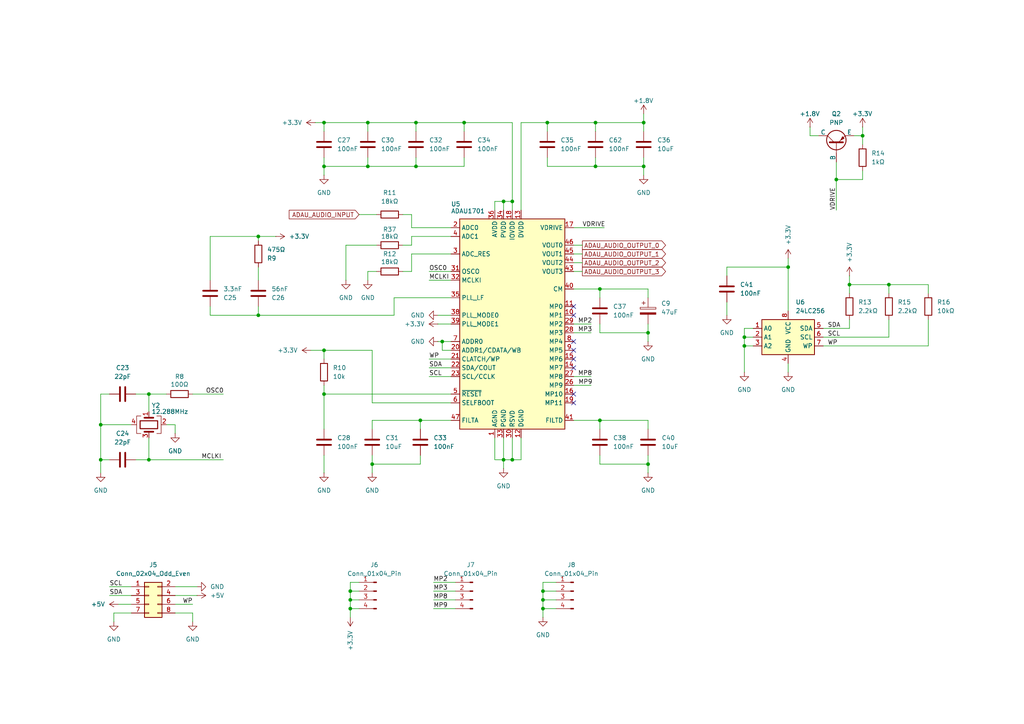
<source format=kicad_sch>
(kicad_sch (version 20250114) (generator "eeschema") (generator_version "9.0")
  (paper "A4")
  (lib_symbols
    (symbol "Connector:Conn_01x04_Pin" (pin_names (offset 1.016) (hide yes))
      (property "Reference" "J" (at 0 5.08 0))
      (property "Value" "Conn_01x04_Pin" (at 0 -7.62 0))
      (symbol "Conn_01x04_Pin_1_1"
        (rectangle (start 0.8636 2.667) (end 0 2.413) (stroke (width 0.1524)) (fill (type outline)))
        (rectangle (start 0.8636 0.127) (end 0 -0.127) (stroke (width 0.1524)) (fill (type outline)))
        (rectangle (start 0.8636 -2.413) (end 0 -2.667) (stroke (width 0.1524)) (fill (type outline)))
        (rectangle (start 0.8636 -4.953) (end 0 -5.207) (stroke (width 0.1524)) (fill (type outline)))
        (polyline (pts (xy 1.27 2.54) (xy 0.8636 2.54)) (stroke (width 0.1524)))
        (polyline (pts (xy 1.27 0) (xy 0.8636 0)) (stroke (width 0.1524)))
        (polyline (pts (xy 1.27 -2.54) (xy 0.8636 -2.54)) (stroke (width 0.1524)))
        (polyline (pts (xy 1.27 -5.08) (xy 0.8636 -5.08)) (stroke (width 0.1524)))
        (pin passive line (at 5.08 2.54 180) (length 3.81) (name "Pin_1") (number "1"))
        (pin passive line (at 5.08 0 180) (length 3.81) (name "Pin_2") (number "2"))
        (pin passive line (at 5.08 -2.54 180) (length 3.81) (name "Pin_3") (number "3"))
        (pin passive line (at 5.08 -5.08 180) (length 3.81) (name "Pin_4") (number "4"))
      )
    )
    (symbol "Connector_Generic:Conn_02x04_Odd_Even" (pin_names (offset 1.016) (hide yes))
      (property "Reference" "J" (at 1.27 5.08 0))
      (property "Value" "Conn_02x04_Odd_Even" (at 1.27 -7.62 0))
      (symbol "Conn_02x04_Odd_Even_1_1"
        (rectangle (start -1.27 3.81) (end 3.81 -6.35) (stroke (width 0.254)) (fill (type background)))
        (rectangle (start -1.27 2.667) (end 0 2.413) (stroke (width 0.1524)))
        (rectangle (start -1.27 0.127) (end 0 -0.127) (stroke (width 0.1524)))
        (rectangle (start -1.27 -2.413) (end 0 -2.667) (stroke (width 0.1524)))
        (rectangle (start -1.27 -4.953) (end 0 -5.207) (stroke (width 0.1524)))
        (rectangle (start 3.81 2.667) (end 2.54 2.413) (stroke (width 0.1524)))
        (rectangle (start 3.81 0.127) (end 2.54 -0.127) (stroke (width 0.1524)))
        (rectangle (start 3.81 -2.413) (end 2.54 -2.667) (stroke (width 0.1524)))
        (rectangle (start 3.81 -4.953) (end 2.54 -5.207) (stroke (width 0.1524)))
        (pin passive line (at -5.08 2.54 0) (length 3.81) (name "Pin_1") (number "1"))
        (pin passive line (at -5.08 0 0) (length 3.81) (name "Pin_3") (number "3"))
        (pin passive line (at -5.08 -2.54 0) (length 3.81) (name "Pin_5") (number "5"))
        (pin passive line (at -5.08 -5.08 0) (length 3.81) (name "Pin_7") (number "7"))
        (pin passive line (at 7.62 2.54 180) (length 3.81) (name "Pin_2") (number "2"))
        (pin passive line (at 7.62 0 180) (length 3.81) (name "Pin_4") (number "4"))
        (pin passive line (at 7.62 -2.54 180) (length 3.81) (name "Pin_6") (number "6"))
        (pin passive line (at 7.62 -5.08 180) (length 3.81) (name "Pin_8") (number "8"))
      )
    )
    (symbol "DSP_AnalogDevices:ADAU1701"
      (property "Reference" "U" (at -12.7 31.75 0))
      (property "Value" "ADAU1701" (at 3.81 31.75 0))
      (symbol "ADAU1701_0_1"
        (rectangle (start -15.24 30.48) (end 15.24 -30.48) (stroke (width 0.254)) (fill (type background)))
      )
      (symbol "ADAU1701_1_1"
        (pin input line (at -17.78 27.94 0) (length 2.54) (name "ADC0") (number "2"))
        (pin input line (at -17.78 25.4 0) (length 2.54) (name "ADC1") (number "4"))
        (pin passive line (at -17.78 20.32 0) (length 2.54) (name "ADC_RES") (number "3"))
        (pin passive line (at -17.78 15.24 0) (length 2.54) (name "OSCO") (number "31"))
        (pin passive line (at -17.78 12.7 0) (length 2.54) (name "MCLKI") (number "32"))
        (pin passive line (at -17.78 7.62 0) (length 2.54) (name "PLL_LF") (number "35"))
        (pin input line (at -17.78 2.54 0) (length 2.54) (name "PLL_MODE0") (number "38"))
        (pin input line (at -17.78 0 0) (length 2.54) (name "PLL_MODE1") (number "39"))
        (pin input line (at -17.78 -5.08 0) (length 2.54) (name "ADDR0") (number "7"))
        (pin input line (at -17.78 -7.62 0) (length 2.54) (name "ADDR1/CDATA/WB") (number "20"))
        (pin bidirectional line (at -17.78 -10.16 0) (length 2.54) (name "CLATCH/WP") (number "21"))
        (pin bidirectional line (at -17.78 -12.7 0) (length 2.54) (name "SDA/COUT") (number "22"))
        (pin bidirectional line (at -17.78 -15.24 0) (length 2.54) (name "SCL/CCLK") (number "23"))
        (pin input line (at -17.78 -20.32 0) (length 2.54) (name "~{RESET}") (number "5"))
        (pin input line (at -17.78 -22.86 0) (length 2.54) (name "SELFBOOT") (number "6"))
        (pin output line (at -17.78 -27.94 0) (length 2.54) (name "FILTA") (number "47"))
        (pin power_in line (at -5.08 33.02 270) (length 2.54) (name "AVDD") (number "36"))
        (pin passive line (at -5.08 33.02 270) (length 2.54) (hide yes) (name "AVDD") (number "48"))
        (pin power_in line (at -5.08 -33.02 90) (length 2.54) (name "AGND") (number "1"))
        (pin passive line (at -5.08 -33.02 90) (length 2.54) (hide yes) (name "AGND") (number "37"))
        (pin passive line (at -5.08 -33.02 90) (length 2.54) (hide yes) (name "AGND") (number "42"))
        (pin power_in line (at -2.54 33.02 270) (length 2.54) (name "PVDD") (number "34"))
        (pin power_in line (at -2.54 -33.02 90) (length 2.54) (name "PGND") (number "33"))
        (pin power_in line (at 0 33.02 270) (length 2.54) (name "IOVDD") (number "18"))
        (pin passive line (at 0 -33.02 90) (length 2.54) (name "RSVD") (number "30"))
        (pin power_in line (at 2.54 33.02 270) (length 2.54) (name "DVDD") (number "13"))
        (pin passive line (at 2.54 33.02 270) (length 2.54) (hide yes) (name "DVDD") (number "24"))
        (pin power_in line (at 2.54 -33.02 90) (length 2.54) (name "DGND") (number "12"))
        (pin passive line (at 2.54 -33.02 90) (length 2.54) (hide yes) (name "DGND") (number "25"))
        (pin output line (at 17.78 27.94 180) (length 2.54) (name "VDRIVE") (number "17"))
        (pin output line (at 17.78 22.86 180) (length 2.54) (name "VOUT0") (number "46"))
        (pin output line (at 17.78 20.32 180) (length 2.54) (name "VOUT1") (number "45"))
        (pin output line (at 17.78 17.78 180) (length 2.54) (name "VOUT2") (number "44"))
        (pin output line (at 17.78 15.24 180) (length 2.54) (name "VOUT3") (number "43"))
        (pin output line (at 17.78 10.16 180) (length 2.54) (name "CM") (number "40"))
        (pin bidirectional line (at 17.78 5.08 180) (length 2.54) (name "MP0") (number "11"))
        (pin bidirectional line (at 17.78 2.54 180) (length 2.54) (name "MP1") (number "10"))
        (pin bidirectional line (at 17.78 0 180) (length 2.54) (name "MP2") (number "29"))
        (pin bidirectional line (at 17.78 -2.54 180) (length 2.54) (name "MP3") (number "28"))
        (pin bidirectional line (at 17.78 -5.08 180) (length 2.54) (name "MP4") (number "8"))
        (pin bidirectional line (at 17.78 -7.62 180) (length 2.54) (name "MP5") (number "9"))
        (pin bidirectional line (at 17.78 -10.16 180) (length 2.54) (name "MP6") (number "15"))
        (pin bidirectional line (at 17.78 -12.7 180) (length 2.54) (name "MP7") (number "14"))
        (pin bidirectional line (at 17.78 -15.24 180) (length 2.54) (name "MP8") (number "27"))
        (pin bidirectional line (at 17.78 -17.78 180) (length 2.54) (name "MP9") (number "26"))
        (pin bidirectional line (at 17.78 -20.32 180) (length 2.54) (name "MP10") (number "16"))
        (pin bidirectional line (at 17.78 -22.86 180) (length 2.54) (name "MP11") (number "19"))
        (pin output line (at 17.78 -27.94 180) (length 2.54) (name "FILTD") (number "41"))
      )
    )
    (symbol "Device:C" (pin_numbers (hide yes)) (pin_names (offset 0.254))
      (property "Reference" "C" (at 0.635 2.54 0))
      (property "Value" "C" (at 0.635 -2.54 0))
      (symbol "C_0_1"
        (polyline (pts (xy -2.032 0.762) (xy 2.032 0.762)) (stroke (width 0.508)))
        (polyline (pts (xy -2.032 -0.762) (xy 2.032 -0.762)) (stroke (width 0.508)))
      )
      (symbol "C_1_1"
        (pin passive line (at 0 3.81 270) (length 2.794) (name "~") (number "1"))
        (pin passive line (at 0 -3.81 90) (length 2.794) (name "~") (number "2"))
      )
    )
    (symbol "Device:C_Polarized" (pin_numbers (hide yes)) (pin_names (offset 0.254))
      (property "Reference" "C" (at 0.635 2.54 0))
      (property "Value" "C_Polarized" (at 0.635 -2.54 0))
      (symbol "C_Polarized_0_1"
        (rectangle (start -2.286 0.508) (end 2.286 1.016))
        (polyline (pts (xy -1.778 2.286) (xy -0.762 2.286)))
        (polyline (pts (xy -1.27 2.794) (xy -1.27 1.778)))
        (rectangle (start 2.286 -0.508) (end -2.286 -1.016) (fill (type outline)))
      )
      (symbol "C_Polarized_1_1"
        (pin passive line (at 0 3.81 270) (length 2.794) (name "~") (number "1"))
        (pin passive line (at 0 -3.81 90) (length 2.794) (name "~") (number "2"))
      )
    )
    (symbol "Device:Crystal_GND24" (pin_names (offset 1.016) (hide yes))
      (property "Reference" "Y" (at 3.175 5.08 0))
      (property "Value" "Crystal_GND24" (at 3.175 3.175 0))
      (symbol "Crystal_GND24_0_1"
        (polyline (pts (xy -2.54 2.286) (xy -2.54 3.556) (xy 2.54 3.556) (xy 2.54 2.286)))
        (polyline (pts (xy -2.54 0) (xy -2.032 0)))
        (polyline (pts (xy -2.54 -2.286) (xy -2.54 -3.556) (xy 2.54 -3.556) (xy 2.54 -2.286)))
        (polyline (pts (xy -2.032 -1.27) (xy -2.032 1.27)) (stroke (width 0.508)))
        (rectangle (start -1.143 2.54) (end 1.143 -2.54) (stroke (width 0.3048)))
        (polyline (pts (xy 0 3.556) (xy 0 3.81)))
        (polyline (pts (xy 0 -3.81) (xy 0 -3.556)))
        (polyline (pts (xy 2.032 0) (xy 2.54 0)))
        (polyline (pts (xy 2.032 -1.27) (xy 2.032 1.27)) (stroke (width 0.508)))
      )
      (symbol "Crystal_GND24_1_1"
        (pin passive line (at -3.81 0 0) (length 1.27) (name "1") (number "1"))
        (pin passive line (at 0 5.08 270) (length 1.27) (name "2") (number "2"))
        (pin passive line (at 0 -5.08 90) (length 1.27) (name "4") (number "4"))
        (pin passive line (at 3.81 0 180) (length 1.27) (name "3") (number "3"))
      )
    )
    (symbol "Device:R" (pin_numbers (hide yes)) (pin_names (offset 0))
      (property "Reference" "R" (at 2.032 0 90))
      (property "Value" "R" (at 0 0 90))
      (symbol "R_0_1"
        (rectangle (start -1.016 -2.54) (end 1.016 2.54) (stroke (width 0.254)))
      )
      (symbol "R_1_1"
        (pin passive line (at 0 3.81 270) (length 1.27) (name "~") (number "1"))
        (pin passive line (at 0 -3.81 90) (length 1.27) (name "~") (number "2"))
      )
    )
    (symbol "Memory_EEPROM:24LC256"
      (property "Reference" "U" (at -6.35 6.35 0))
      (property "Value" "24LC256" (at 1.27 6.35 0))
      (symbol "24LC256_1_1"
        (rectangle (start -7.62 5.08) (end 7.62 -5.08) (stroke (width 0.254)) (fill (type background)))
        (pin input line (at -10.16 2.54 0) (length 2.54) (name "A0") (number "1"))
        (pin input line (at -10.16 0 0) (length 2.54) (name "A1") (number "2"))
        (pin input line (at -10.16 -2.54 0) (length 2.54) (name "A2") (number "3"))
        (pin power_in line (at 0 7.62 270) (length 2.54) (name "VCC") (number "8"))
        (pin power_in line (at 0 -7.62 90) (length 2.54) (name "GND") (number "4"))
        (pin bidirectional line (at 10.16 2.54 180) (length 2.54) (name "SDA") (number "5"))
        (pin input line (at 10.16 0 180) (length 2.54) (name "SCL") (number "6"))
        (pin input line (at 10.16 -2.54 180) (length 2.54) (name "WP") (number "7"))
      )
    )
    (symbol "Simulation_SPICE:PNP" (pin_numbers (hide yes)) (pin_names (offset 0))
      (property "Reference" "Q" (at -2.54 7.62 0))
      (property "Value" "PNP" (at -2.54 5.08 0))
      (symbol "PNP_0_1"
        (polyline (pts (xy -2.54 0) (xy 0.635 0)) (stroke (width 0.1524)))
        (polyline (pts (xy 0.635 1.905) (xy 0.635 -1.905) (xy 0.635 -1.905)) (stroke (width 0.508)))
        (polyline (pts (xy 0.635 0.635) (xy 2.54 2.54)))
        (polyline (pts (xy 0.635 -0.635) (xy 2.54 -2.54) (xy 2.54 -2.54)))
        (circle (center 1.27 0) (radius 2.8194) (stroke (width 0.254)))
        (polyline (pts (xy 2.286 -1.778) (xy 1.778 -2.286) (xy 1.27 -1.27) (xy 2.286 -1.778) (xy 2.286 -1.778)) (fill (type outline)))
      )
      (symbol "PNP_1_1"
        (pin input line (at -5.08 0 0) (length 2.54) (name "B") (number "2"))
        (pin open_collector line (at 2.54 5.08 270) (length 2.54) (name "C") (number "1"))
        (pin open_emitter line (at 2.54 -5.08 90) (length 2.54) (name "E") (number "3"))
      )
    )
    (symbol "power:+5V" (power) (pin_numbers (hide yes)) (pin_names (offset 0) (hide yes))
      (property "Value" "+5V" (at 0 3.556 0))
      (symbol "+5V_0_1"
        (polyline (pts (xy -0.762 1.27) (xy 0 2.54)))
        (polyline (pts (xy 0 2.54) (xy 0.762 1.27)))
        (polyline (pts (xy 0 0) (xy 0 2.54)))
      )
      (symbol "+5V_1_1"
        (pin power_in line (at 0 0 90) (length 0) (name "~") (number "1"))
      )
    )
    (symbol "power:GND" (power) (pin_numbers (hide yes)) (pin_names (offset 0) (hide yes))
      (property "Value" "GND" (at 0 -3.81 0))
      (symbol "GND_0_1"
        (polyline (pts (xy 0 0) (xy 0 -1.27) (xy 1.27 -1.27) (xy 0 -2.54) (xy -1.27 -1.27) (xy 0 -1.27)))
      )
      (symbol "GND_1_1"
        (pin power_in line (at 0 0 270) (length 0) (name "~") (number "1"))
      )
    )
  )
  (junction (at 187.96 96.52))
  (junction (at 228.6 77.47))
  (junction (at 148.59 133.35))
  (junction (at 74.93 68.58))
  (junction (at 29.21 123.19))
  (junction (at 173.99 83.82))
  (junction (at 257.81 82.55))
  (junction (at 101.6 173.99))
  (junction (at 43.18 114.3))
  (junction (at 106.68 35.56))
  (junction (at 74.93 91.44))
  (junction (at 158.75 35.56))
  (junction (at 93.98 101.6))
  (junction (at 242.57 52.07))
  (junction (at 157.48 176.53))
  (junction (at 106.68 48.26))
  (junction (at 246.38 82.55))
  (junction (at 120.65 35.56))
  (junction (at 173.99 121.92))
  (junction (at 148.59 58.42))
  (junction (at 172.72 35.56))
  (junction (at 187.96 134.62))
  (junction (at 186.69 35.56))
  (junction (at 120.65 48.26))
  (junction (at 172.72 48.26))
  (junction (at 101.6 171.45))
  (junction (at 250.19 39.37))
  (junction (at 215.9 97.79))
  (junction (at 157.48 171.45))
  (junction (at 146.05 58.42))
  (junction (at 121.92 121.92))
  (junction (at 101.6 176.53))
  (junction (at 93.98 114.3))
  (junction (at 107.95 134.62))
  (junction (at 43.18 133.35))
  (junction (at 128.27 99.06))
  (junction (at 93.98 48.26))
  (junction (at 134.62 35.56))
  (junction (at 93.98 35.56))
  (junction (at 29.21 133.35))
  (junction (at 146.05 133.35))
  (junction (at 186.69 48.26))
  (junction (at 157.48 173.99))
  (junction (at 215.9 100.33))
  (no_connect (at 166.37 101.6))
  (no_connect (at 166.37 91.44))
  (no_connect (at 166.37 99.06))
  (no_connect (at 166.37 88.9))
  (no_connect (at 166.37 116.84))
  (no_connect (at 166.37 114.3))
  (no_connect (at 166.37 106.68))
  (no_connect (at 166.37 104.14))
  (wire (pts (xy 43.18 114.3) (xy 43.18 119.38)))
  (wire (pts (xy 210.82 80.01) (xy 210.82 77.47)))
  (wire (pts (xy 106.68 35.56) (xy 120.65 35.56)))
  (wire (pts (xy 173.99 83.82) (xy 166.37 83.82)))
  (wire (pts (xy 33.02 177.8) (xy 33.02 180.34)))
  (wire (pts (xy 158.75 35.56) (xy 172.72 35.56)))
  (wire (pts (xy 187.96 121.92) (xy 173.99 121.92)))
  (wire (pts (xy 116.84 71.12) (xy 119.38 71.12)))
  (wire (pts (xy 104.14 62.23) (xy 109.22 62.23)))
  (wire (pts (xy 148.59 35.56) (xy 134.62 35.56)))
  (wire (pts (xy 104.14 168.91) (xy 101.6 168.91)))
  (wire (pts (xy 38.1 177.8) (xy 33.02 177.8)))
  (wire (pts (xy 166.37 71.12) (xy 168.91 71.12)))
  (wire (pts (xy 29.21 123.19) (xy 38.1 123.19)))
  (wire (pts (xy 50.8 123.19) (xy 48.26 123.19)))
  (wire (pts (xy 74.93 68.58) (xy 60.96 68.58)))
  (wire (pts (xy 93.98 101.6) (xy 107.95 101.6)))
  (wire (pts (xy 120.65 48.26) (xy 106.68 48.26)))
  (wire (pts (xy 107.95 132.08) (xy 107.95 134.62)))
  (wire (pts (xy 74.93 91.44) (xy 114.3 91.44)))
  (wire (pts (xy 210.82 87.63) (xy 210.82 91.44)))
  (wire (pts (xy 215.9 95.25) (xy 215.9 97.79)))
  (wire (pts (xy 31.75 114.3) (xy 29.21 114.3)))
  (wire (pts (xy 101.6 176.53) (xy 101.6 179.07)))
  (wire (pts (xy 173.99 132.08) (xy 173.99 134.62)))
  (wire (pts (xy 121.92 134.62) (xy 107.95 134.62)))
  (wire (pts (xy 121.92 121.92) (xy 121.92 124.46)))
  (wire (pts (xy 143.51 60.96) (xy 143.51 58.42)))
  (wire (pts (xy 148.59 58.42) (xy 148.59 35.56)))
  (wire (pts (xy 250.19 52.07) (xy 242.57 52.07)))
  (wire (pts (xy 127 99.06) (xy 128.27 99.06)))
  (wire (pts (xy 186.69 45.72) (xy 186.69 48.26)))
  (wire (pts (xy 55.88 177.8) (xy 50.8 177.8)))
  (wire (pts (xy 215.9 100.33) (xy 218.44 100.33)))
  (wire (pts (xy 74.93 81.28) (xy 74.93 77.47)))
  (wire (pts (xy 101.6 168.91) (xy 101.6 171.45)))
  (wire (pts (xy 55.88 114.3) (xy 64.77 114.3)))
  (wire (pts (xy 187.96 86.36) (xy 187.96 83.82)))
  (wire (pts (xy 172.72 35.56) (xy 186.69 35.56)))
  (wire (pts (xy 173.99 83.82) (xy 187.96 83.82)))
  (wire (pts (xy 186.69 33.02) (xy 186.69 35.56)))
  (wire (pts (xy 173.99 86.36) (xy 173.99 83.82)))
  (wire (pts (xy 148.59 60.96) (xy 148.59 58.42)))
  (wire (pts (xy 119.38 78.74) (xy 119.38 73.66)))
  (wire (pts (xy 121.92 121.92) (xy 130.81 121.92)))
  (wire (pts (xy 43.18 133.35) (xy 39.37 133.35)))
  (wire (pts (xy 187.96 96.52) (xy 187.96 99.06)))
  (wire (pts (xy 50.8 172.72) (xy 57.15 172.72)))
  (wire (pts (xy 269.24 82.55) (xy 257.81 82.55)))
  (wire (pts (xy 166.37 66.04) (xy 175.26 66.04)))
  (wire (pts (xy 93.98 104.14) (xy 93.98 101.6)))
  (wire (pts (xy 166.37 96.52) (xy 171.45 96.52)))
  (wire (pts (xy 119.38 73.66) (xy 130.81 73.66)))
  (wire (pts (xy 238.76 95.25) (xy 246.38 95.25)))
  (wire (pts (xy 101.6 176.53) (xy 101.6 173.99)))
  (wire (pts (xy 74.93 68.58) (xy 80.01 68.58)))
  (wire (pts (xy 107.95 121.92) (xy 121.92 121.92)))
  (wire (pts (xy 93.98 124.46) (xy 93.98 114.3)))
  (wire (pts (xy 173.99 121.92) (xy 173.99 124.46)))
  (wire (pts (xy 228.6 105.41) (xy 228.6 107.95)))
  (wire (pts (xy 158.75 45.72) (xy 158.75 48.26)))
  (wire (pts (xy 93.98 114.3) (xy 130.81 114.3)))
  (wire (pts (xy 106.68 35.56) (xy 106.68 38.1)))
  (wire (pts (xy 146.05 58.42) (xy 148.59 58.42)))
  (wire (pts (xy 157.48 173.99) (xy 157.48 171.45)))
  (wire (pts (xy 43.18 127) (xy 43.18 133.35)))
  (wire (pts (xy 157.48 171.45) (xy 161.29 171.45)))
  (wire (pts (xy 29.21 133.35) (xy 31.75 133.35)))
  (wire (pts (xy 93.98 48.26) (xy 106.68 48.26)))
  (wire (pts (xy 106.68 78.74) (xy 109.22 78.74)))
  (wire (pts (xy 166.37 121.92) (xy 173.99 121.92)))
  (wire (pts (xy 146.05 133.35) (xy 146.05 135.89)))
  (wire (pts (xy 130.81 101.6) (xy 128.27 101.6)))
  (wire (pts (xy 121.92 132.08) (xy 121.92 134.62)))
  (wire (pts (xy 119.38 66.04) (xy 119.38 62.23)))
  (wire (pts (xy 151.13 35.56) (xy 158.75 35.56)))
  (wire (pts (xy 151.13 60.96) (xy 151.13 35.56)))
  (wire (pts (xy 124.46 81.28) (xy 130.81 81.28)))
  (wire (pts (xy 119.38 71.12) (xy 119.38 68.58)))
  (wire (pts (xy 246.38 95.25) (xy 246.38 92.71)))
  (wire (pts (xy 158.75 48.26) (xy 172.72 48.26)))
  (wire (pts (xy 91.44 35.56) (xy 93.98 35.56)))
  (wire (pts (xy 101.6 173.99) (xy 101.6 171.45)))
  (wire (pts (xy 114.3 86.36) (xy 130.81 86.36)))
  (wire (pts (xy 50.8 175.26) (xy 55.88 175.26)))
  (wire (pts (xy 106.68 78.74) (xy 106.68 81.28)))
  (wire (pts (xy 166.37 73.66) (xy 168.91 73.66)))
  (wire (pts (xy 143.51 133.35) (xy 146.05 133.35)))
  (wire (pts (xy 127 91.44) (xy 130.81 91.44)))
  (wire (pts (xy 119.38 68.58) (xy 130.81 68.58)))
  (wire (pts (xy 151.13 127) (xy 151.13 133.35)))
  (wire (pts (xy 50.8 125.73) (xy 50.8 123.19)))
  (wire (pts (xy 143.51 127) (xy 143.51 133.35)))
  (wire (pts (xy 43.18 114.3) (xy 39.37 114.3)))
  (wire (pts (xy 242.57 52.07) (xy 242.57 60.96)))
  (wire (pts (xy 31.75 170.18) (xy 38.1 170.18)))
  (wire (pts (xy 173.99 96.52) (xy 187.96 96.52)))
  (wire (pts (xy 157.48 176.53) (xy 157.48 179.07)))
  (wire (pts (xy 228.6 74.93) (xy 228.6 77.47)))
  (wire (pts (xy 93.98 38.1) (xy 93.98 35.56)))
  (wire (pts (xy 124.46 104.14) (xy 130.81 104.14)))
  (wire (pts (xy 104.14 173.99) (xy 101.6 173.99)))
  (wire (pts (xy 34.29 175.26) (xy 38.1 175.26)))
  (wire (pts (xy 93.98 35.56) (xy 106.68 35.56)))
  (wire (pts (xy 125.73 168.91) (xy 132.08 168.91)))
  (wire (pts (xy 107.95 134.62) (xy 107.95 137.16)))
  (wire (pts (xy 107.95 101.6) (xy 107.95 116.84)))
  (wire (pts (xy 120.65 35.56) (xy 134.62 35.56)))
  (wire (pts (xy 234.95 39.37) (xy 237.49 39.37)))
  (wire (pts (xy 60.96 68.58) (xy 60.96 81.28)))
  (wire (pts (xy 172.72 35.56) (xy 172.72 38.1)))
  (wire (pts (xy 146.05 133.35) (xy 146.05 127)))
  (wire (pts (xy 134.62 35.56) (xy 134.62 38.1)))
  (wire (pts (xy 161.29 176.53) (xy 157.48 176.53)))
  (wire (pts (xy 43.18 133.35) (xy 64.77 133.35)))
  (wire (pts (xy 210.82 77.47) (xy 228.6 77.47)))
  (wire (pts (xy 187.96 124.46) (xy 187.96 121.92)))
  (wire (pts (xy 250.19 41.91) (xy 250.19 39.37)))
  (wire (pts (xy 116.84 78.74) (xy 119.38 78.74)))
  (wire (pts (xy 187.96 134.62) (xy 187.96 137.16)))
  (wire (pts (xy 186.69 48.26) (xy 186.69 50.8)))
  (wire (pts (xy 125.73 176.53) (xy 132.08 176.53)))
  (wire (pts (xy 127 93.98) (xy 130.81 93.98)))
  (wire (pts (xy 55.88 180.34) (xy 55.88 177.8)))
  (wire (pts (xy 187.96 134.62) (xy 187.96 132.08)))
  (wire (pts (xy 158.75 38.1) (xy 158.75 35.56)))
  (wire (pts (xy 166.37 76.2) (xy 168.91 76.2)))
  (wire (pts (xy 257.81 82.55) (xy 246.38 82.55)))
  (wire (pts (xy 215.9 100.33) (xy 215.9 107.95)))
  (wire (pts (xy 93.98 114.3) (xy 93.98 111.76)))
  (wire (pts (xy 114.3 91.44) (xy 114.3 86.36)))
  (wire (pts (xy 130.81 116.84) (xy 107.95 116.84)))
  (wire (pts (xy 120.65 35.56) (xy 120.65 38.1)))
  (wire (pts (xy 148.59 127) (xy 148.59 133.35)))
  (wire (pts (xy 134.62 45.72) (xy 134.62 48.26)))
  (wire (pts (xy 173.99 93.98) (xy 173.99 96.52)))
  (wire (pts (xy 93.98 45.72) (xy 93.98 48.26)))
  (wire (pts (xy 151.13 133.35) (xy 148.59 133.35)))
  (wire (pts (xy 161.29 168.91) (xy 157.48 168.91)))
  (wire (pts (xy 166.37 93.98) (xy 171.45 93.98)))
  (wire (pts (xy 60.96 88.9) (xy 60.96 91.44)))
  (wire (pts (xy 269.24 85.09) (xy 269.24 82.55)))
  (wire (pts (xy 100.33 71.12) (xy 109.22 71.12)))
  (wire (pts (xy 107.95 124.46) (xy 107.95 121.92)))
  (wire (pts (xy 250.19 36.83) (xy 250.19 39.37)))
  (wire (pts (xy 148.59 133.35) (xy 146.05 133.35)))
  (wire (pts (xy 238.76 100.33) (xy 269.24 100.33)))
  (wire (pts (xy 161.29 173.99) (xy 157.48 173.99)))
  (wire (pts (xy 246.38 80.01) (xy 246.38 82.55)))
  (wire (pts (xy 29.21 114.3) (xy 29.21 123.19)))
  (wire (pts (xy 100.33 71.12) (xy 100.33 81.28)))
  (wire (pts (xy 106.68 48.26) (xy 106.68 45.72)))
  (wire (pts (xy 60.96 91.44) (xy 74.93 91.44)))
  (wire (pts (xy 31.75 172.72) (xy 38.1 172.72)))
  (wire (pts (xy 128.27 99.06) (xy 130.81 99.06)))
  (wire (pts (xy 50.8 170.18) (xy 57.15 170.18)))
  (wire (pts (xy 257.81 85.09) (xy 257.81 82.55)))
  (wire (pts (xy 74.93 91.44) (xy 74.93 88.9)))
  (wire (pts (xy 43.18 114.3) (xy 48.26 114.3)))
  (wire (pts (xy 250.19 39.37) (xy 247.65 39.37)))
  (wire (pts (xy 173.99 134.62) (xy 187.96 134.62)))
  (wire (pts (xy 172.72 48.26) (xy 186.69 48.26)))
  (wire (pts (xy 125.73 173.99) (xy 132.08 173.99)))
  (wire (pts (xy 186.69 35.56) (xy 186.69 38.1)))
  (wire (pts (xy 250.19 49.53) (xy 250.19 52.07)))
  (wire (pts (xy 187.96 93.98) (xy 187.96 96.52)))
  (wire (pts (xy 157.48 168.91) (xy 157.48 171.45)))
  (wire (pts (xy 93.98 132.08) (xy 93.98 137.16)))
  (wire (pts (xy 130.81 66.04) (xy 119.38 66.04)))
  (wire (pts (xy 143.51 58.42) (xy 146.05 58.42)))
  (wire (pts (xy 124.46 109.22) (xy 130.81 109.22)))
  (wire (pts (xy 74.93 69.85) (xy 74.93 68.58)))
  (wire (pts (xy 166.37 109.22) (xy 171.45 109.22)))
  (wire (pts (xy 29.21 123.19) (xy 29.21 133.35)))
  (wire (pts (xy 242.57 46.99) (xy 242.57 52.07)))
  (wire (pts (xy 218.44 95.25) (xy 215.9 95.25)))
  (wire (pts (xy 104.14 176.53) (xy 101.6 176.53)))
  (wire (pts (xy 125.73 171.45) (xy 132.08 171.45)))
  (wire (pts (xy 120.65 48.26) (xy 134.62 48.26)))
  (wire (pts (xy 234.95 36.83) (xy 234.95 39.37)))
  (wire (pts (xy 124.46 106.68) (xy 130.81 106.68)))
  (wire (pts (xy 172.72 45.72) (xy 172.72 48.26)))
  (wire (pts (xy 228.6 77.47) (xy 228.6 90.17)))
  (wire (pts (xy 146.05 60.96) (xy 146.05 58.42)))
  (wire (pts (xy 166.37 111.76) (xy 171.45 111.76)))
  (wire (pts (xy 257.81 92.71) (xy 257.81 97.79)))
  (wire (pts (xy 215.9 100.33) (xy 215.9 97.79)))
  (wire (pts (xy 29.21 133.35) (xy 29.21 137.16)))
  (wire (pts (xy 166.37 78.74) (xy 168.91 78.74)))
  (wire (pts (xy 157.48 176.53) (xy 157.48 173.99)))
  (wire (pts (xy 215.9 97.79) (xy 218.44 97.79)))
  (wire (pts (xy 128.27 101.6) (xy 128.27 99.06)))
  (wire (pts (xy 124.46 78.74) (xy 130.81 78.74)))
  (wire (pts (xy 104.14 171.45) (xy 101.6 171.45)))
  (wire (pts (xy 238.76 97.79) (xy 257.81 97.79)))
  (wire (pts (xy 269.24 92.71) (xy 269.24 100.33)))
  (wire (pts (xy 246.38 82.55) (xy 246.38 85.09)))
  (wire (pts (xy 120.65 45.72) (xy 120.65 48.26)))
  (wire (pts (xy 93.98 101.6) (xy 90.17 101.6)))
  (wire (pts (xy 93.98 48.26) (xy 93.98 50.8)))
  (wire (pts (xy 119.38 62.23) (xy 116.84 62.23)))
  (label "SDA" (at 240.03 95.25 0))
  (label "SCL" (at 124.46 109.22 0))
  (label "MP2" (at 167.64 93.98 0))
  (label "MP2" (at 125.73 168.91 0))
  (label "SDA" (at 31.75 172.72 0))
  (label "SDA" (at 124.46 106.68 0))
  (label "MCLKI" (at 124.46 81.28 0))
  (label "VDRIVE" (at 168.91 66.04 0))
  (label "VDRIVE" (at 242.57 60.96 90))
  (label "MP3" (at 167.64 96.52 0))
  (label "MP8" (at 125.73 173.99 0))
  (label "MP3" (at 125.73 171.45 0))
  (label "MP9" (at 125.73 176.53 0))
  (label "WP" (at 55.88 175.26 180))
  (label "MP9" (at 167.729 111.76 0))
  (label "SCL" (at 31.75 170.18 0))
  (label "WP" (at 240.03 100.33 0))
  (label "OSC0" (at 124.46 78.74 0))
  (label "MCLKI" (at 58.42 133.35 0))
  (label "MP8" (at 167.64 109.22 0))
  (label "WP" (at 124.46 104.14 0))
  (label "SCL" (at 240.03 97.79 0))
  (label "OSC0" (at 59.69 114.3 0))
  (global_label "ADAU_AUDIO_OUTPUT_1" (shape output) (at 168.91 73.66 0) (property "Intersheetrefs" "${INTERSHEET_REFS}" (effects (hide yes))))
  (global_label "ADAU_AUDIO_OUTPUT_0" (shape output) (at 168.91 71.12 0) (property "Intersheetrefs" "${INTERSHEET_REFS}" (effects (hide yes))))
  (global_label "ADAU_AUDIO_OUTPUT_2" (shape output) (at 168.91 76.2 0) (property "Intersheetrefs" "${INTERSHEET_REFS}" (effects (hide yes))))
  (global_label "ADAU_AUDIO_OUTPUT_3" (shape output) (at 168.91 78.74 0) (property "Intersheetrefs" "${INTERSHEET_REFS}" (effects (hide yes))))
  (global_label "ADAU_AUDIO_INPUT" (shape input) (at 104.14 62.23 180) (property "Intersheetrefs" "${INTERSHEET_REFS}" (effects (hide yes))))
  (symbol (lib_id "power:GND") (at 127 91.44 270) (unit 1)
    (property "Reference" "#PWR049" (effects (hide yes)))
    (property "Value" "GND" (at 123.19 91.4399 90) (effects (justify right)))
    (property "Description" "Power symbol creates a global label with name \"GND\" , ground" (effects (hide yes)))
  )
  (symbol (lib_id "Device:R") (at 113.03 62.23 90) (unit 1)
    (property "Reference" "R11" (at 113.03 55.88 90))
    (property "Value" "18kΩ" (at 113.03 58.42 90))
    (property "Footprint" "Resistor_SMD:R_0805_2012Metric_Pad1.20x1.40mm_HandSolder" (effects (hide yes)))
    (property "Description" "Resistor" (effects (hide yes)))
  )
  (symbol (lib_id "Device:R") (at 74.93 73.66 0) (mirror x) (unit 1)
    (property "Reference" "R9" (at 77.47 74.9301 0) (effects (justify left)))
    (property "Value" "475Ω" (at 77.47 72.3901 0) (effects (justify left)))
    (property "Footprint" "Resistor_SMD:R_0805_2012Metric_Pad1.20x1.40mm_HandSolder" (effects (hide yes)))
    (property "Description" "Resistor" (effects (hide yes)))
  )
  (symbol (lib_id "power:+5V") (at 228.6 74.93 0) (unit 1)
    (property "Reference" "#PWR060" (effects (hide yes)))
    (property "Value" "+3.3V" (at 228.6 71.12 90) (effects (justify left)))
    (property "Description" "Power symbol creates a global label with name \"+5V\"" (effects (hide yes)))
  )
  (symbol (lib_id "Device:C") (at 35.56 133.35 90) (unit 1)
    (property "Reference" "C24" (at 35.56 125.73 90))
    (property "Value" "22pF" (at 35.56 128.27 90))
    (property "Footprint" "Capacitor_SMD:C_0805_2012Metric_Pad1.18x1.45mm_HandSolder" (effects (hide yes)))
    (property "Description" "Unpolarized capacitor" (effects (hide yes)))
  )
  (symbol (lib_id "power:GND") (at 157.48 179.07 0) (mirror y) (unit 1)
    (property "Reference" "#PWR053" (effects (hide yes)))
    (property "Value" "GND" (at 157.48 184.15 0))
    (property "Description" "Power symbol creates a global label with name \"GND\" , ground" (effects (hide yes)))
  )
  (symbol (lib_id "power:GND") (at 93.98 50.8 0) (unit 1)
    (property "Reference" "#PWR043" (effects (hide yes)))
    (property "Value" "GND" (at 93.98 55.88 0))
    (property "Description" "Power symbol creates a global label with name \"GND\" , ground" (effects (hide yes)))
  )
  (symbol (lib_id "Device:C") (at 187.96 128.27 180) (unit 1)
    (property "Reference" "C40" (at 191.8911 126.9999 0) (effects (justify right)))
    (property "Value" "10uF" (at 191.8911 129.5399 0) (effects (justify right)))
    (property "Footprint" "Capacitor_SMD:C_0805_2012Metric_Pad1.18x1.45mm_HandSolder" (effects (hide yes)))
    (property "Description" "Unpolarized capacitor" (effects (hide yes)))
  )
  (symbol (lib_id "Device:C") (at 74.93 85.09 0) (mirror y) (unit 1)
    (property "Reference" "C26" (at 78.74 86.3601 0) (effects (justify right)))
    (property "Value" "56nF" (at 78.74 83.8201 0) (effects (justify right)))
    (property "Footprint" "Capacitor_SMD:C_0805_2012Metric_Pad1.18x1.45mm_HandSolder" (effects (hide yes)))
    (property "Description" "Unpolarized capacitor" (effects (hide yes)))
  )
  (symbol (lib_id "Device:C") (at 186.69 41.91 180) (unit 1)
    (property "Reference" "C36" (at 190.6211 40.6399 0) (effects (justify right)))
    (property "Value" "10uF" (at 190.6211 43.1799 0) (effects (justify right)))
    (property "Footprint" "Capacitor_SMD:C_0805_2012Metric_Pad1.18x1.45mm_HandSolder" (effects (hide yes)))
    (property "Description" "Unpolarized capacitor" (effects (hide yes)))
  )
  (symbol (lib_id "power:GND") (at 146.05 135.89 0) (unit 1)
    (property "Reference" "#PWR052" (effects (hide yes)))
    (property "Value" "GND" (at 146.05 140.97 0))
    (property "Description" "Power symbol creates a global label with name \"GND\" , ground" (effects (hide yes)))
  )
  (symbol (lib_id "power:+5V") (at 91.44 35.56 90) (unit 1)
    (property "Reference" "#PWR042" (effects (hide yes)))
    (property "Value" "+3.3V" (at 87.63 35.56 90) (effects (justify left)))
    (property "Description" "Power symbol creates a global label with name \"+5V\"" (effects (hide yes)))
  )
  (symbol (lib_id "power:+5V") (at 186.69 33.02 0) (unit 1)
    (property "Reference" "#PWR054" (effects (hide yes)))
    (property "Value" "+1.8V" (at 183.642 29.21 0) (effects (justify left)))
    (property "Description" "Power symbol creates a global label with name \"+5V\"" (effects (hide yes)))
  )
  (symbol (lib_id "power:+5V") (at 101.6 179.07 0) (mirror x) (unit 1)
    (property "Reference" "#PWR046" (effects (hide yes)))
    (property "Value" "+3.3V" (at 101.6 182.88 90) (effects (justify left)))
    (property "Description" "Power symbol creates a global label with name \"+5V\"" (effects (hide yes)))
  )
  (symbol (lib_id "Device:C") (at 210.82 83.82 0) (unit 1)
    (property "Reference" "C41" (at 214.63 82.5499 0) (effects (justify left)))
    (property "Value" "100nF" (at 214.63 85.0899 0) (effects (justify left)))
    (property "Footprint" "Capacitor_SMD:C_0805_2012Metric_Pad1.18x1.45mm_HandSolder" (effects (hide yes)))
    (property "Description" "Unpolarized capacitor" (effects (hide yes)))
  )
  (symbol (lib_id "Device:C") (at 134.62 41.91 180) (unit 1)
    (property "Reference" "C34" (at 138.43 40.6399 0) (effects (justify right)))
    (property "Value" "100nF" (at 138.43 43.1799 0) (effects (justify right)))
    (property "Footprint" "Capacitor_SMD:C_0805_2012Metric_Pad1.18x1.45mm_HandSolder" (effects (hide yes)))
    (property "Description" "Unpolarized capacitor" (effects (hide yes)))
  )
  (symbol (lib_id "power:GND") (at 93.98 137.16 0) (unit 1)
    (property "Reference" "#PWR044" (effects (hide yes)))
    (property "Value" "GND" (at 93.98 142.24 0))
    (property "Description" "Power symbol creates a global label with name \"GND\" , ground" (effects (hide yes)))
  )
  (symbol (lib_id "power:+5V") (at 127 93.98 90) (unit 1)
    (property "Reference" "#PWR050" (effects (hide yes)))
    (property "Value" "+3.3V" (at 123.19 93.98 90) (effects (justify left)))
    (property "Description" "Power symbol creates a global label with name \"+5V\"" (effects (hide yes)))
  )
  (symbol (lib_id "power:GND") (at 187.96 137.16 0) (unit 1)
    (property "Reference" "#PWR057" (effects (hide yes)))
    (property "Value" "GND" (at 187.96 142.24 0))
    (property "Description" "Power symbol creates a global label with name \"GND\" , ground" (effects (hide yes)))
  )
  (symbol (lib_id "Device:R") (at 52.07 114.3 270) (unit 1)
    (property "Reference" "R8" (at 52.07 109.22 90))
    (property "Value" "100Ω" (at 52.07 111.506 90))
    (property "Footprint" "Resistor_SMD:R_0805_2012Metric_Pad1.20x1.40mm_HandSolder" (effects (hide yes)))
    (property "Description" "Resistor" (effects (hide yes)))
  )
  (symbol (lib_id "power:+5V") (at 234.95 36.83 0) (unit 1)
    (property "Reference" "#PWR062" (effects (hide yes)))
    (property "Value" "+1.8V" (at 231.902 33.02 0) (effects (justify left)))
    (property "Description" "Power symbol creates a global label with name \"+5V\"" (effects (hide yes)))
  )
  (symbol (lib_id "Device:R") (at 250.19 45.72 0) (unit 1)
    (property "Reference" "R14" (at 252.73 44.4499 0) (effects (justify left)))
    (property "Value" "1kΩ" (at 252.73 46.9899 0) (effects (justify left)))
    (property "Footprint" "Resistor_SMD:R_0805_2012Metric_Pad1.20x1.40mm_HandSolder" (effects (hide yes)))
    (property "Description" "Resistor" (effects (hide yes)))
  )
  (symbol (lib_id "Device:C") (at 121.92 128.27 180) (unit 1)
    (property "Reference" "C33" (at 125.73 126.9999 0) (effects (justify right)))
    (property "Value" "100nF" (at 125.73 129.5399 0) (effects (justify right)))
    (property "Footprint" "Capacitor_SMD:C_0805_2012Metric_Pad1.18x1.45mm_HandSolder" (effects (hide yes)))
    (property "Description" "Unpolarized capacitor" (effects (hide yes)))
  )
  (symbol (lib_id "power:GND") (at 215.9 107.95 0) (unit 1)
    (property "Reference" "#PWR059" (effects (hide yes)))
    (property "Value" "GND" (at 215.9 113.03 0))
    (property "Description" "Power symbol creates a global label with name \"GND\" , ground" (effects (hide yes)))
  )
  (symbol (lib_id "power:GND") (at 106.68 81.28 0) (unit 1)
    (property "Reference" "#PWR047" (effects (hide yes)))
    (property "Value" "GND" (at 106.68 86.36 0))
    (property "Description" "Power symbol creates a global label with name \"GND\" , ground" (effects (hide yes)))
  )
  (symbol (lib_id "Memory_EEPROM:24LC256") (at 228.6 97.79 0) (unit 1)
    (property "Reference" "U6" (at 230.7433 87.63 0) (effects (justify left)))
    (property "Value" "24LC256" (at 230.7433 90.17 0) (effects (justify left)))
    (property "Footprint" "Package_SO:SOIC-8_3.9x4.9mm_P1.27mm" (effects (hide yes)))
    (property "Datasheet" "http://ww1.microchip.com/downloads/en/devicedoc/21203m.pdf" (effects (hide yes)))
    (property "Description" "I2C Serial EEPROM, 256Kb, DIP-8/SOIC-8/TSSOP-8/DFN-8" (effects (hide yes)))
  )
  (symbol (lib_id "Device:C") (at 173.99 90.17 180) (unit 1)
    (property "Reference" "C37" (at 177.8 88.8999 0) (effects (justify right)))
    (property "Value" "100nF" (at 177.8 91.4399 0) (effects (justify right)))
    (property "Footprint" "Capacitor_SMD:C_0805_2012Metric_Pad1.18x1.45mm_HandSolder" (effects (hide yes)))
    (property "Description" "Unpolarized capacitor" (effects (hide yes)))
  )
  (symbol (lib_id "power:GND") (at 29.21 137.16 0) (unit 1)
    (property "Reference" "#PWR033" (effects (hide yes)))
    (property "Value" "GND" (at 29.21 142.24 0))
    (property "Description" "Power symbol creates a global label with name \"GND\" , ground" (effects (hide yes)))
  )
  (symbol (lib_id "Connector:Conn_01x04_Pin") (at 109.22 171.45 0) (mirror y) (unit 1)
    (property "Reference" "J6" (at 108.585 163.83 0))
    (property "Value" "Conn_01x04_Pin" (at 108.585 166.37 0))
    (property "Footprint" "Connector_PinHeader_2.54mm:PinHeader_1x04_P2.54mm_Vertical" (effects (hide yes)))
    (property "Description" "Generic connector, single row, 01x04, script generated" (effects (hide yes)))
  )
  (symbol (lib_id "Device:R") (at 269.24 88.9 0) (unit 1)
    (property "Reference" "R16" (at 271.78 87.6299 0) (effects (justify left)))
    (property "Value" "10kΩ" (at 271.78 90.1699 0) (effects (justify left)))
    (property "Footprint" "Resistor_SMD:R_0805_2012Metric_Pad1.20x1.40mm_HandSolder" (effects (hide yes)))
    (property "Description" "Resistor" (effects (hide yes)))
  )
  (symbol (lib_id "power:+5V") (at 246.38 80.01 0) (unit 1)
    (property "Reference" "#PWR063" (effects (hide yes)))
    (property "Value" "+3.3V" (at 246.38 76.2 90) (effects (justify left)))
    (property "Description" "Power symbol creates a global label with name \"+5V\"" (effects (hide yes)))
  )
  (symbol (lib_id "Device:C") (at 35.56 114.3 90) (unit 1)
    (property "Reference" "C23" (at 35.56 106.68 90))
    (property "Value" "22pF" (at 35.56 109.22 90))
    (property "Footprint" "Capacitor_SMD:C_0805_2012Metric_Pad1.18x1.45mm_HandSolder" (effects (hide yes)))
    (property "Description" "Unpolarized capacitor" (effects (hide yes)))
  )
  (symbol (lib_id "Device:C") (at 120.65 41.91 180) (unit 1)
    (property "Reference" "C32" (at 124.46 40.6399 0) (effects (justify right)))
    (property "Value" "100nF" (at 124.46 43.1799 0) (effects (justify right)))
    (property "Footprint" "Capacitor_SMD:C_0805_2012Metric_Pad1.18x1.45mm_HandSolder" (effects (hide yes)))
    (property "Description" "Unpolarized capacitor" (effects (hide yes)))
  )
  (symbol (lib_id "Device:C") (at 60.96 85.09 0) (mirror y) (unit 1)
    (property "Reference" "C25" (at 64.77 86.3601 0) (effects (justify right)))
    (property "Value" "3.3nF" (at 64.77 83.8201 0) (effects (justify right)))
    (property "Footprint" "Capacitor_SMD:C_0805_2012Metric_Pad1.18x1.45mm_HandSolder" (effects (hide yes)))
    (property "Description" "Unpolarized capacitor" (effects (hide yes)))
  )
  (symbol (lib_id "power:GND") (at 228.6 107.95 0) (unit 1)
    (property "Reference" "#PWR061" (effects (hide yes)))
    (property "Value" "GND" (at 228.6 113.03 0))
    (property "Description" "Power symbol creates a global label with name \"GND\" , ground" (effects (hide yes)))
  )
  (symbol (lib_id "power:GND") (at 107.95 137.16 0) (unit 1)
    (property "Reference" "#PWR048" (effects (hide yes)))
    (property "Value" "GND" (at 107.95 142.24 0))
    (property "Description" "Power symbol creates a global label with name \"GND\" , ground" (effects (hide yes)))
  )
  (symbol (lib_id "power:GND") (at 55.88 180.34 0) (unit 1)
    (property "Reference" "#PWR037" (effects (hide yes)))
    (property "Value" "GND" (at 55.88 185.42 0))
    (property "Description" "Power symbol creates a global label with name \"GND\" , ground" (effects (hide yes)))
  )
  (symbol (lib_id "Device:Crystal_GND24") (at 43.18 123.19 270) (unit 1)
    (property "Reference" "Y2" (at 45.212 117.602 90))
    (property "Value" "12.288MHz" (at 49.276 119.38 90))
    (property "Footprint" "Crystal:Crystal_SMD_3225-4Pin_3.2x2.5mm" (effects (hide yes)))
    (property "Description" "Four pin crystal, GND on pins 2 and 4" (effects (hide yes)))
  )
  (symbol (lib_id "power:GND") (at 187.96 99.06 0) (unit 1)
    (property "Reference" "#PWR056" (effects (hide yes)))
    (property "Value" "GND" (at 187.96 104.14 0))
    (property "Description" "Power symbol creates a global label with name \"GND\" , ground" (effects (hide yes)))
  )
  (symbol (lib_id "Device:R") (at 246.38 88.9 0) (unit 1)
    (property "Reference" "R13" (at 248.92 87.6299 0) (effects (justify left)))
    (property "Value" "2.2kΩ" (at 248.92 90.1699 0) (effects (justify left)))
    (property "Footprint" "Resistor_SMD:R_0805_2012Metric_Pad1.20x1.40mm_HandSolder" (effects (hide yes)))
    (property "Description" "Resistor" (effects (hide yes)))
  )
  (symbol (lib_id "power:GND") (at 33.02 180.34 0) (unit 1)
    (property "Reference" "#PWR034" (effects (hide yes)))
    (property "Value" "GND" (at 33.02 185.42 0))
    (property "Description" "Power symbol creates a global label with name \"GND\" , ground" (effects (hide yes)))
  )
  (symbol (lib_id "power:+5V") (at 80.01 68.58 270) (mirror x) (unit 1)
    (property "Reference" "#PWR040" (effects (hide yes)))
    (property "Value" "+3.3V" (at 83.82 68.58 90) (effects (justify left)))
    (property "Description" "Power symbol creates a global label with name \"+5V\"" (effects (hide yes)))
  )
  (symbol (lib_id "Device:R") (at 113.03 78.74 90) (unit 1)
    (property "Reference" "R12" (at 113.03 73.66 90))
    (property "Value" "18kΩ" (at 113.03 75.946 90))
    (property "Footprint" "Resistor_SMD:R_0805_2012Metric_Pad1.20x1.40mm_HandSolder" (effects (hide yes)))
    (property "Description" "Resistor" (effects (hide yes)))
  )
  (symbol (lib_id "Device:C") (at 93.98 41.91 180) (unit 1)
    (property "Reference" "C27" (at 97.79 40.6399 0) (effects (justify right)))
    (property "Value" "100nF" (at 97.79 43.1799 0) (effects (justify right)))
    (property "Footprint" "Capacitor_SMD:C_0805_2012Metric_Pad1.18x1.45mm_HandSolder" (effects (hide yes)))
    (property "Description" "Unpolarized capacitor" (effects (hide yes)))
  )
  (symbol (lib_id "Device:C") (at 173.99 128.27 180) (unit 1)
    (property "Reference" "C38" (at 177.8 126.9999 0) (effects (justify right)))
    (property "Value" "100nF" (at 177.8 129.5399 0) (effects (justify right)))
    (property "Footprint" "Capacitor_SMD:C_0805_2012Metric_Pad1.18x1.45mm_HandSolder" (effects (hide yes)))
    (property "Description" "Unpolarized capacitor" (effects (hide yes)))
  )
  (symbol (lib_id "power:GND") (at 50.8 125.73 0) (unit 1)
    (property "Reference" "#PWR036" (effects (hide yes)))
    (property "Value" "GND" (at 50.8 130.81 0))
    (property "Description" "Power symbol creates a global label with name \"GND\" , ground" (effects (hide yes)))
  )
  (symbol (lib_id "Device:R") (at 113.03 71.12 270) (unit 1)
    (property "Reference" "R37" (at 113.03 66.548 90))
    (property "Value" "18kΩ" (at 113.03 68.58 90))
    (property "Footprint" "Resistor_SMD:R_0805_2012Metric_Pad1.20x1.40mm_HandSolder" (effects (hide yes)))
    (property "Description" "Resistor" (effects (hide yes)))
  )
  (symbol (lib_id "Device:R") (at 93.98 107.95 0) (unit 1)
    (property "Reference" "R10" (at 96.52 106.6799 0) (effects (justify left)))
    (property "Value" "10k" (at 96.52 109.2199 0) (effects (justify left)))
    (property "Footprint" "Resistor_SMD:R_0805_2012Metric_Pad1.20x1.40mm_HandSolder" (effects (hide yes)))
    (property "Description" "Resistor" (effects (hide yes)))
  )
  (symbol (lib_id "Device:C") (at 172.72 41.91 180) (unit 1)
    (property "Reference" "C62" (at 176.53 40.6399 0) (effects (justify right)))
    (property "Value" "100nF" (at 176.53 43.1799 0) (effects (justify right)))
    (property "Footprint" "Capacitor_SMD:C_0805_2012Metric_Pad1.18x1.45mm_HandSolder" (effects (hide yes)))
    (property "Description" "Unpolarized capacitor" (effects (hide yes)))
  )
  (symbol (lib_id "Device:C") (at 106.68 41.91 180) (unit 1)
    (property "Reference" "C30" (at 110.49 40.6399 0) (effects (justify right)))
    (property "Value" "100nF" (at 110.49 43.1799 0) (effects (justify right)))
    (property "Footprint" "Capacitor_SMD:C_0805_2012Metric_Pad1.18x1.45mm_HandSolder" (effects (hide yes)))
    (property "Description" "Unpolarized capacitor" (effects (hide yes)))
  )
  (symbol (lib_id "power:GND") (at 186.69 50.8 0) (unit 1)
    (property "Reference" "#PWR055" (effects (hide yes)))
    (property "Value" "GND" (at 186.69 55.88 0))
    (property "Description" "Power symbol creates a global label with name \"GND\" , ground" (effects (hide yes)))
  )
  (symbol (lib_id "power:GND") (at 210.82 91.44 0) (unit 1)
    (property "Reference" "#PWR058" (effects (hide yes)))
    (property "Value" "GND" (at 210.82 96.52 0))
    (property "Description" "Power symbol creates a global label with name \"GND\" , ground" (effects (hide yes)))
  )
  (symbol (lib_id "Connector:Conn_01x04_Pin") (at 166.37 171.45 0) (mirror y) (unit 1)
    (property "Reference" "J8" (at 165.735 163.83 0))
    (property "Value" "Conn_01x04_Pin" (at 165.735 166.37 0))
    (property "Footprint" "Connector_PinHeader_2.54mm:PinHeader_1x04_P2.54mm_Vertical" (effects (hide yes)))
    (property "Description" "Generic connector, single row, 01x04, script generated" (effects (hide yes)))
  )
  (symbol (lib_id "Connector_Generic:Conn_02x04_Odd_Even") (at 43.18 172.72 0) (unit 1)
    (property "Reference" "J5" (at 44.45 163.83 0))
    (property "Value" "Conn_02x04_Odd_Even" (at 44.45 166.37 0))
    (property "Footprint" "Connector_PinHeader_2.54mm:PinHeader_2x04_P2.54mm_Vertical" (effects (hide yes)))
    (property "Description" "Generic connector, double row, 02x04, odd/even pin numbering scheme (row 1 odd numbers, row 2 even numbers), script generated (kicad-library-utils/schlib/autogen/connector/)" (effects (hide yes)))
  )
  (symbol (lib_id "DSP_AnalogDevices:ADAU1701") (at 148.59 93.98 0) (unit 1)
    (property "Reference" "U5" (at 130.81 59.182 0) (effects (justify left)))
    (property "Value" "ADAU1701" (at 130.81 61.214 0) (effects (justify left)))
    (property "Footprint" "Package_QFP:LQFP-48_7x7mm_P0.5mm" (effects (hide yes)))
    (property "Datasheet" "https://www.analog.com/media/en/technical-documentation/data-sheets/ADAU1701.pdf" (effects (hide yes)))
    (property "Description" "SigmaDSP 28-/56-Bit Audio Processor with Two ADCs and Four DACs, 50 MIPS, 1kword Program RAM, 2kword Data RAM, LQFP-48" (effects (hide yes)))
  )
  (symbol (lib_id "Device:R") (at 257.81 88.9 0) (unit 1)
    (property "Reference" "R15" (at 260.35 87.6299 0) (effects (justify left)))
    (property "Value" "2.2kΩ" (at 260.35 90.1699 0) (effects (justify left)))
    (property "Footprint" "Resistor_SMD:R_0805_2012Metric_Pad1.20x1.40mm_HandSolder" (effects (hide yes)))
    (property "Description" "Resistor" (effects (hide yes)))
  )
  (symbol (lib_id "power:GND") (at 57.15 170.18 90) (mirror x) (unit 1)
    (property "Reference" "#PWR038" (effects (hide yes)))
    (property "Value" "GND" (at 60.96 170.1799 90) (effects (justify right)))
    (property "Description" "Power symbol creates a global label with name \"GND\" , ground" (effects (hide yes)))
  )
  (symbol (lib_id "power:GND") (at 127 99.06 270) (unit 1)
    (property "Reference" "#PWR051" (effects (hide yes)))
    (property "Value" "GND" (at 123.19 99.0599 90) (effects (justify right)))
    (property "Description" "Power symbol creates a global label with name \"GND\" , ground" (effects (hide yes)))
  )
  (symbol (lib_id "power:+5V") (at 57.15 172.72 270) (unit 1)
    (property "Reference" "#PWR039" (effects (hide yes)))
    (property "Value" "+5V" (at 60.96 172.72 90) (effects (justify left)))
    (property "Description" "Power symbol creates a global label with name \"+5V\"" (effects (hide yes)))
  )
  (symbol (lib_id "Device:C") (at 93.98 128.27 180) (unit 1)
    (property "Reference" "C28" (at 97.79 126.9999 0) (effects (justify right)))
    (property "Value" "100nF" (at 97.79 129.5399 0) (effects (justify right)))
    (property "Footprint" "Capacitor_SMD:C_0805_2012Metric_Pad1.18x1.45mm_HandSolder" (effects (hide yes)))
    (property "Description" "Unpolarized capacitor" (effects (hide yes)))
  )
  (symbol (lib_id "power:+5V") (at 250.19 36.83 0) (unit 1)
    (property "Reference" "#PWR064" (effects (hide yes)))
    (property "Value" "+3.3V" (at 247.142 33.02 0) (effects (justify left)))
    (property "Description" "Power symbol creates a global label with name \"+5V\"" (effects (hide yes)))
  )
  (symbol (lib_id "power:+5V") (at 90.17 101.6 90) (unit 1)
    (property "Reference" "#PWR041" (effects (hide yes)))
    (property "Value" "+3.3V" (at 86.36 101.6 90) (effects (justify left)))
    (property "Description" "Power symbol creates a global label with name \"+5V\"" (effects (hide yes)))
  )
  (symbol (lib_id "Device:C") (at 158.75 41.91 180) (unit 1)
    (property "Reference" "C35" (at 162.56 40.6399 0) (effects (justify right)))
    (property "Value" "100nF" (at 162.56 43.1799 0) (effects (justify right)))
    (property "Footprint" "Capacitor_SMD:C_0805_2012Metric_Pad1.18x1.45mm_HandSolder" (effects (hide yes)))
    (property "Description" "Unpolarized capacitor" (effects (hide yes)))
  )
  (symbol (lib_id "Device:C") (at 107.95 128.27 180) (unit 1)
    (property "Reference" "C31" (at 111.76 126.9999 0) (effects (justify right)))
    (property "Value" "10uF" (at 111.76 129.5399 0) (effects (justify right)))
    (property "Footprint" "Capacitor_SMD:C_0805_2012Metric_Pad1.18x1.45mm_HandSolder" (effects (hide yes)))
    (property "Description" "Unpolarized capacitor" (effects (hide yes)))
  )
  (symbol (lib_id "Connector:Conn_01x04_Pin") (at 137.16 171.45 0) (mirror y) (unit 1)
    (property "Reference" "J7" (at 136.525 163.83 0))
    (property "Value" "Conn_01x04_Pin" (at 136.525 166.37 0))
    (property "Footprint" "Connector_PinHeader_2.54mm:PinHeader_1x04_P2.54mm_Vertical" (effects (hide yes)))
    (property "Description" "Generic connector, single row, 01x04, script generated" (effects (hide yes)))
  )
  (symbol (lib_id "power:+5V") (at 34.29 175.26 90) (unit 1)
    (property "Reference" "#PWR035" (effects (hide yes)))
    (property "Value" "+5V" (at 30.48 175.26 90) (effects (justify left)))
    (property "Description" "Power symbol creates a global label with name \"+5V\"" (effects (hide yes)))
  )
  (symbol (lib_id "Simulation_SPICE:PNP") (at 242.57 41.91 90) (unit 1)
    (property "Reference" "Q2" (at 242.57 33.02 90))
    (property "Value" "PNP" (at 242.57 35.56 90))
    (property "Footprint" "Package_TO_SOT_SMD:SOT-23" (effects (hide yes)))
    (property "Datasheet" "https://ngspice.sourceforge.io/docs/ngspice-html-manual/manual.xhtml#cha_BJTs" (effects (hide yes)))
    (property "Description" "Bipolar transistor symbol for simulation only, substrate tied to the emitter" (effects (hide yes)))
    (property "Sim.Device" "PNP" (effects (hide yes)))
    (property "Sim.Type" "GUMMELPOON" (effects (hide yes)))
    (property "Sim.Pins" "1=C 2=B 3=E" (effects (hide yes)))
  )
  (symbol (lib_id "Device:C_Polarized") (at 187.96 90.17 0) (unit 1)
    (property "Reference" "C9" (at 191.77 88.0109 0) (effects (justify left)))
    (property "Value" "47uF" (at 191.77 90.5509 0) (effects (justify left)))
    (property "Footprint" "Capacitor_SMD:CP_Elec_5x5.4" (effects (hide yes)))
    (property "Description" "Polarized capacitor" (effects (hide yes)))
  )
  (symbol (lib_id "power:GND") (at 100.33 81.28 0) (unit 1)
    (property "Reference" "#PWR045" (effects (hide yes)))
    (property "Value" "GND" (at 100.33 86.36 0))
    (property "Description" "Power symbol creates a global label with name \"GND\" , ground" (effects (hide yes)))
  )
)
</source>
